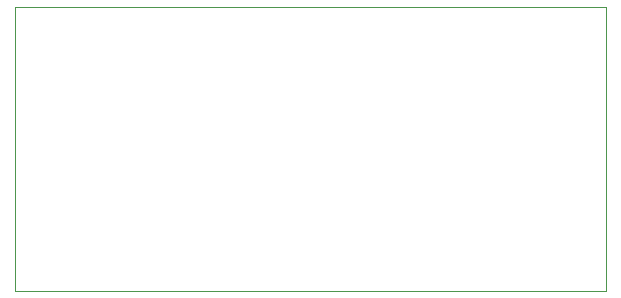
<source format=gbr>
%TF.GenerationSoftware,KiCad,Pcbnew,8.0.0*%
%TF.CreationDate,2024-09-29T18:34:12+03:00*%
%TF.ProjectId,diploma_pcb,6469706c-6f6d-4615-9f70-63622e6b6963,rev?*%
%TF.SameCoordinates,Original*%
%TF.FileFunction,Profile,NP*%
%FSLAX46Y46*%
G04 Gerber Fmt 4.6, Leading zero omitted, Abs format (unit mm)*
G04 Created by KiCad (PCBNEW 8.0.0) date 2024-09-29 18:34:12*
%MOMM*%
%LPD*%
G01*
G04 APERTURE LIST*
%TA.AperFunction,Profile*%
%ADD10C,0.050000*%
%TD*%
G04 APERTURE END LIST*
D10*
X26000000Y-49500000D02*
X76000000Y-49500000D01*
X76000000Y-73500000D01*
X26000000Y-73500000D01*
X26000000Y-49500000D01*
M02*

</source>
